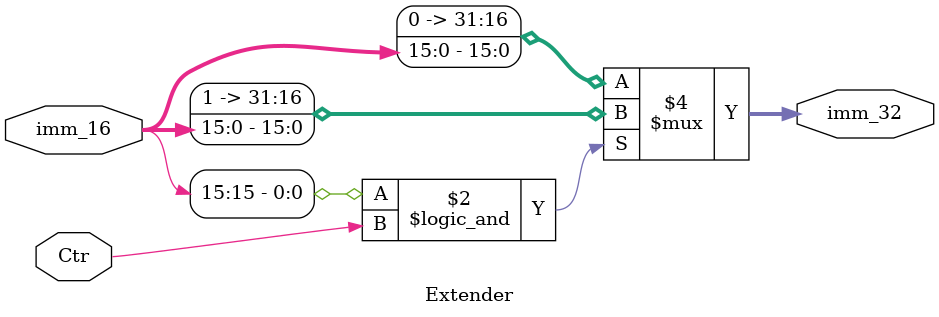
<source format=v>
module Extender(
	input Ctr,
	input [15:0]imm_16,
	output reg[31:0]imm_32
);

	always @(Ctr or imm_16)
	begin 
		if (imm_16[15]&&Ctr)
			imm_32={16'hffff,imm_16};
		else 
			imm_32={16'h0,imm_16};
	end 
endmodule

</source>
